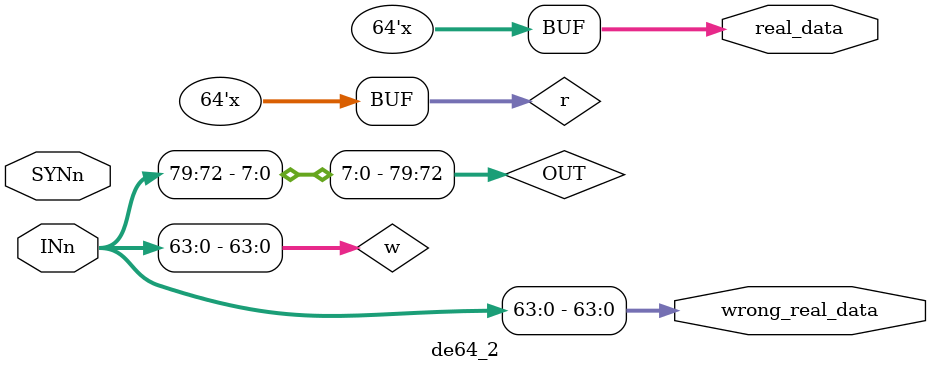
<source format=v>
`timescale 1ns / 1ps

module de64_2 (
    input [79:0] INn, 
    input [7:0] SYNn,
    output [63:0] real_data,
    output [63:0] wrong_real_data
    //new
    //input SGLl,
    //input DBLl,
    
    //output SGL,
    //output DBL
);

reg [71:0] LOC;
reg [79:0] OUT;
reg[63:0] r;
reg[63:0] w;
    always @(*) begin
        case(SYNn)
            8'b00100011: LOC <= 72'h00_0000_0000_0000_0001; 
            8'b01000011: LOC <= 72'h00_0000_0000_0000_0002;
            8'b10000011: LOC <= 72'h00_0000_0000_0000_0004;
            8'b00111101: LOC <= 72'h00_0000_0000_0000_0008;
            8'b01000101: LOC <= 72'h00_0000_0000_0000_0010;
            8'b10000101: LOC <= 72'h00_0000_0000_0000_0020;
            8'b10001001: LOC <= 72'h00_0000_0000_0000_0040;
            8'b01001001: LOC <= 72'h00_0000_0000_0000_0080;
            8'b01000110: LOC <= 72'h00_0000_0000_0000_0100;
            8'b10000110: LOC <= 72'h00_0000_0000_0000_0200;
            8'b00000111: LOC <= 72'h00_0000_0000_0000_0400;
            8'b01111010: LOC <= 72'h00_0000_0000_0000_0800;
            8'b10001010: LOC <= 72'h00_0000_0000_0000_1000;
            8'b00001011: LOC <= 72'h00_0000_0000_0000_2000;
            8'b00010011: LOC <= 72'h00_0000_0000_0000_4000;
            8'b10010010: LOC <= 72'h00_0000_0000_0000_8000;
            8'b10001100: LOC <= 72'h00_0000_0000_0001_0000;
            8'b00001101: LOC <= 72'h00_0000_0000_0002_0000;
            8'b00001110: LOC <= 72'h00_0000_0000_0004_0000;
            8'b11110100: LOC <= 72'h00_0000_0000_0008_0000;
            8'b00010101: LOC <= 72'h00_0000_0000_0010_0000;
            8'b00010110: LOC <= 72'h00_0000_0000_0020_0000;
            8'b00100110: LOC <= 72'h00_0000_0000_0040_0000;
            8'b00100101: LOC <= 72'h00_0000_0000_0080_0000;
            8'b00011001: LOC <= 72'h00_0000_0000_0100_0000;
            8'b00011010: LOC <= 72'h00_0000_0000_0200_0000;
            8'b00011100: LOC <= 72'h00_0000_0000_0400_0000;
            8'b11101001: LOC <= 72'h00_0000_0000_0800_0000;
            8'b00101010: LOC <= 72'h00_0000_0000_1000_0000;
            8'b00101100: LOC <= 72'h00_0000_0000_2000_0000;
            8'b01001100: LOC <= 72'h00_0000_0000_4000_0000;
            8'b01001010: LOC <= 72'h00_0000_0000_8000_0000;
            8'b00110010: LOC <= 72'h00_0000_0001_0000_0000;
            8'b00110100: LOC <= 72'h00_0000_0002_0000_0000;
            8'b00111000: LOC <= 72'h00_0000_0004_0000_0000;
            8'b11010011: LOC <= 72'h00_0000_0008_0000_0000;
            8'b01010100: LOC <= 72'h00_0000_0010_0000_0000;
            8'b01011000: LOC <= 72'h00_0000_0020_0000_0000;
            8'b10011000: LOC <= 72'h00_0000_0040_0000_0000;
            8'b10010100: LOC <= 72'h00_0000_0080_0000_0000;
            8'b01100100: LOC <= 72'h00_0000_0100_0000_0000;
            8'b01101000: LOC <= 72'h00_0000_0200_0000_0000;
            8'b01110000: LOC <= 72'h00_0000_0400_0000_0000;
            8'b10100111: LOC <= 72'h00_0000_0800_0000_0000;
            8'b10101000: LOC <= 72'h00_0000_1000_0000_0000;
            8'b10110000: LOC <= 72'h00_0000_2000_0000_0000;
            8'b00110001: LOC <= 72'h00_0000_4000_0000_0000;
            8'b00101001: LOC <= 72'h00_0000_8000_0000_0000;
            8'b11001000: LOC <= 72'h00_0001_0000_0000_0000;
            8'b11010000: LOC <= 72'h00_0002_0000_0000_0000;
            8'b11100000: LOC <= 72'h00_0004_0000_0000_0000;
            8'b01001111: LOC <= 72'h00_0008_0000_0000_0000;
            8'b01010001: LOC <= 72'h00_0010_0000_0000_0000;
            8'b01100001: LOC <= 72'h00_0020_0000_0000_0000;
            8'b01100010: LOC <= 72'h00_0040_0000_0000_0000;
            8'b01010010: LOC <= 72'h00_0080_0000_0000_0000;
            8'b10010001: LOC <= 72'h00_0100_0000_0000_0000;
            8'b10100001: LOC <= 72'h00_0200_0000_0000_0000;
            8'b11000001: LOC <= 72'h00_0400_0000_0000_0000;
            8'b10011110: LOC <= 72'h00_0800_0000_0000_0000;
            8'b10100010: LOC <= 72'h00_1000_0000_0000_0000;
            8'b11000010: LOC <= 72'h00_2000_0000_0000_0000;
            8'b11000100: LOC <= 72'h00_4000_0000_0000_0000;
            8'b10100100: LOC <= 72'h00_8000_0000_0000_0000;
            8'b00000001: LOC <= 72'h01_0000_0000_0000_0000;
            8'b00000010: LOC <= 72'h02_0000_0000_0000_0000;
            8'b00000100: LOC <= 72'h04_0000_0000_0000_0000;
            8'b00001000: LOC <= 72'h08_0000_0000_0000_0000;
            8'b00010000: LOC <= 72'h10_0000_0000_0000_0000;
            8'b00100000: LOC <= 72'h20_0000_0000_0000_0000;
            8'b01000000: LOC <= 72'h40_0000_0000_0000_0000;
            8'b10000000: LOC <= 72'h80_0000_0000_0000_0000;            
            default: LOC <= 0;
        endcase            
        OUT[71:0] <= LOC ^ INn[71:0];
        //
        OUT[79:72] <= INn[79:72];
        r = OUT[63:0];
        w = INn[63:0];
        //
    end
    
    assign wrong_real_data = w;
    assign real_data = r;
    
    //
    //assign SGL = SGLl;
    //assign DBL = SGLl;
endmodule
</source>
